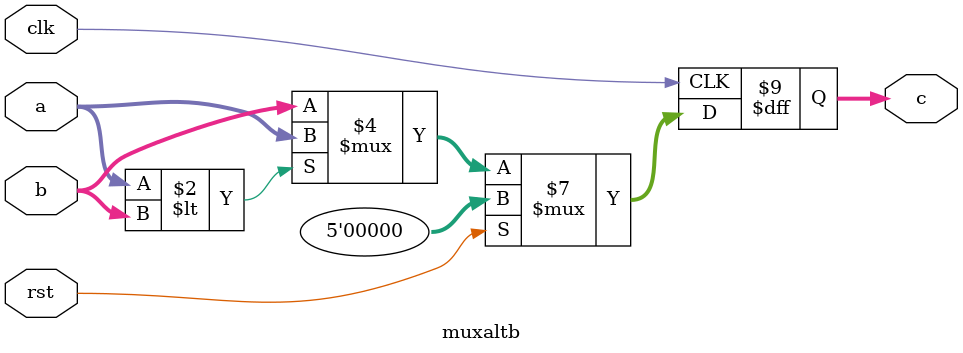
<source format=v>


module Wu_Manber_ShiftSelector
(
  input clk,
  input rst,
  input [1280-1:0] comp_shift_wire,
  output [5-1:0] shift_wire
);

  wire [5-1:0] shift_wire2561;
  assign shift_wire2561 = comp_shift_wire[4:0];
  wire [5-1:0] shift_wire2562;
  assign shift_wire2562 = comp_shift_wire[9:5];
  wire [5-1:0] shift_wire2563;
  assign shift_wire2563 = comp_shift_wire[14:10];
  wire [5-1:0] shift_wire2564;
  assign shift_wire2564 = comp_shift_wire[19:15];
  wire [5-1:0] shift_wire2565;
  assign shift_wire2565 = comp_shift_wire[24:20];
  wire [5-1:0] shift_wire2566;
  assign shift_wire2566 = comp_shift_wire[29:25];
  wire [5-1:0] shift_wire2567;
  assign shift_wire2567 = comp_shift_wire[34:30];
  wire [5-1:0] shift_wire2568;
  assign shift_wire2568 = comp_shift_wire[39:35];
  wire [5-1:0] shift_wire2569;
  assign shift_wire2569 = comp_shift_wire[44:40];
  wire [5-1:0] shift_wire2570;
  assign shift_wire2570 = comp_shift_wire[49:45];
  wire [5-1:0] shift_wire2571;
  assign shift_wire2571 = comp_shift_wire[54:50];
  wire [5-1:0] shift_wire2572;
  assign shift_wire2572 = comp_shift_wire[59:55];
  wire [5-1:0] shift_wire2573;
  assign shift_wire2573 = comp_shift_wire[64:60];
  wire [5-1:0] shift_wire2574;
  assign shift_wire2574 = comp_shift_wire[69:65];
  wire [5-1:0] shift_wire2575;
  assign shift_wire2575 = comp_shift_wire[74:70];
  wire [5-1:0] shift_wire2576;
  assign shift_wire2576 = comp_shift_wire[79:75];
  wire [5-1:0] shift_wire2577;
  assign shift_wire2577 = comp_shift_wire[84:80];
  wire [5-1:0] shift_wire2578;
  assign shift_wire2578 = comp_shift_wire[89:85];
  wire [5-1:0] shift_wire2579;
  assign shift_wire2579 = comp_shift_wire[94:90];
  wire [5-1:0] shift_wire2580;
  assign shift_wire2580 = comp_shift_wire[99:95];
  wire [5-1:0] shift_wire2581;
  assign shift_wire2581 = comp_shift_wire[104:100];
  wire [5-1:0] shift_wire2582;
  assign shift_wire2582 = comp_shift_wire[109:105];
  wire [5-1:0] shift_wire2583;
  assign shift_wire2583 = comp_shift_wire[114:110];
  wire [5-1:0] shift_wire2584;
  assign shift_wire2584 = comp_shift_wire[119:115];
  wire [5-1:0] shift_wire2585;
  assign shift_wire2585 = comp_shift_wire[124:120];
  wire [5-1:0] shift_wire2586;
  assign shift_wire2586 = comp_shift_wire[129:125];
  wire [5-1:0] shift_wire2587;
  assign shift_wire2587 = comp_shift_wire[134:130];
  wire [5-1:0] shift_wire2588;
  assign shift_wire2588 = comp_shift_wire[139:135];
  wire [5-1:0] shift_wire2589;
  assign shift_wire2589 = comp_shift_wire[144:140];
  wire [5-1:0] shift_wire2590;
  assign shift_wire2590 = comp_shift_wire[149:145];
  wire [5-1:0] shift_wire2591;
  assign shift_wire2591 = comp_shift_wire[154:150];
  wire [5-1:0] shift_wire2592;
  assign shift_wire2592 = comp_shift_wire[159:155];
  wire [5-1:0] shift_wire2593;
  assign shift_wire2593 = comp_shift_wire[164:160];
  wire [5-1:0] shift_wire2594;
  assign shift_wire2594 = comp_shift_wire[169:165];
  wire [5-1:0] shift_wire2595;
  assign shift_wire2595 = comp_shift_wire[174:170];
  wire [5-1:0] shift_wire2596;
  assign shift_wire2596 = comp_shift_wire[179:175];
  wire [5-1:0] shift_wire2597;
  assign shift_wire2597 = comp_shift_wire[184:180];
  wire [5-1:0] shift_wire2598;
  assign shift_wire2598 = comp_shift_wire[189:185];
  wire [5-1:0] shift_wire2599;
  assign shift_wire2599 = comp_shift_wire[194:190];
  wire [5-1:0] shift_wire2600;
  assign shift_wire2600 = comp_shift_wire[199:195];
  wire [5-1:0] shift_wire2601;
  assign shift_wire2601 = comp_shift_wire[204:200];
  wire [5-1:0] shift_wire2602;
  assign shift_wire2602 = comp_shift_wire[209:205];
  wire [5-1:0] shift_wire2603;
  assign shift_wire2603 = comp_shift_wire[214:210];
  wire [5-1:0] shift_wire2604;
  assign shift_wire2604 = comp_shift_wire[219:215];
  wire [5-1:0] shift_wire2605;
  assign shift_wire2605 = comp_shift_wire[224:220];
  wire [5-1:0] shift_wire2606;
  assign shift_wire2606 = comp_shift_wire[229:225];
  wire [5-1:0] shift_wire2607;
  assign shift_wire2607 = comp_shift_wire[234:230];
  wire [5-1:0] shift_wire2608;
  assign shift_wire2608 = comp_shift_wire[239:235];
  wire [5-1:0] shift_wire2609;
  assign shift_wire2609 = comp_shift_wire[244:240];
  wire [5-1:0] shift_wire2610;
  assign shift_wire2610 = comp_shift_wire[249:245];
  wire [5-1:0] shift_wire2611;
  assign shift_wire2611 = comp_shift_wire[254:250];
  wire [5-1:0] shift_wire2612;
  assign shift_wire2612 = comp_shift_wire[259:255];
  wire [5-1:0] shift_wire2613;
  assign shift_wire2613 = comp_shift_wire[264:260];
  wire [5-1:0] shift_wire2614;
  assign shift_wire2614 = comp_shift_wire[269:265];
  wire [5-1:0] shift_wire2615;
  assign shift_wire2615 = comp_shift_wire[274:270];
  wire [5-1:0] shift_wire2616;
  assign shift_wire2616 = comp_shift_wire[279:275];
  wire [5-1:0] shift_wire2617;
  assign shift_wire2617 = comp_shift_wire[284:280];
  wire [5-1:0] shift_wire2618;
  assign shift_wire2618 = comp_shift_wire[289:285];
  wire [5-1:0] shift_wire2619;
  assign shift_wire2619 = comp_shift_wire[294:290];
  wire [5-1:0] shift_wire2620;
  assign shift_wire2620 = comp_shift_wire[299:295];
  wire [5-1:0] shift_wire2621;
  assign shift_wire2621 = comp_shift_wire[304:300];
  wire [5-1:0] shift_wire2622;
  assign shift_wire2622 = comp_shift_wire[309:305];
  wire [5-1:0] shift_wire2623;
  assign shift_wire2623 = comp_shift_wire[314:310];
  wire [5-1:0] shift_wire2624;
  assign shift_wire2624 = comp_shift_wire[319:315];
  wire [5-1:0] shift_wire2625;
  assign shift_wire2625 = comp_shift_wire[324:320];
  wire [5-1:0] shift_wire2626;
  assign shift_wire2626 = comp_shift_wire[329:325];
  wire [5-1:0] shift_wire2627;
  assign shift_wire2627 = comp_shift_wire[334:330];
  wire [5-1:0] shift_wire2628;
  assign shift_wire2628 = comp_shift_wire[339:335];
  wire [5-1:0] shift_wire2629;
  assign shift_wire2629 = comp_shift_wire[344:340];
  wire [5-1:0] shift_wire2630;
  assign shift_wire2630 = comp_shift_wire[349:345];
  wire [5-1:0] shift_wire2631;
  assign shift_wire2631 = comp_shift_wire[354:350];
  wire [5-1:0] shift_wire2632;
  assign shift_wire2632 = comp_shift_wire[359:355];
  wire [5-1:0] shift_wire2633;
  assign shift_wire2633 = comp_shift_wire[364:360];
  wire [5-1:0] shift_wire2634;
  assign shift_wire2634 = comp_shift_wire[369:365];
  wire [5-1:0] shift_wire2635;
  assign shift_wire2635 = comp_shift_wire[374:370];
  wire [5-1:0] shift_wire2636;
  assign shift_wire2636 = comp_shift_wire[379:375];
  wire [5-1:0] shift_wire2637;
  assign shift_wire2637 = comp_shift_wire[384:380];
  wire [5-1:0] shift_wire2638;
  assign shift_wire2638 = comp_shift_wire[389:385];
  wire [5-1:0] shift_wire2639;
  assign shift_wire2639 = comp_shift_wire[394:390];
  wire [5-1:0] shift_wire2640;
  assign shift_wire2640 = comp_shift_wire[399:395];
  wire [5-1:0] shift_wire2641;
  assign shift_wire2641 = comp_shift_wire[404:400];
  wire [5-1:0] shift_wire2642;
  assign shift_wire2642 = comp_shift_wire[409:405];
  wire [5-1:0] shift_wire2643;
  assign shift_wire2643 = comp_shift_wire[414:410];
  wire [5-1:0] shift_wire2644;
  assign shift_wire2644 = comp_shift_wire[419:415];
  wire [5-1:0] shift_wire2645;
  assign shift_wire2645 = comp_shift_wire[424:420];
  wire [5-1:0] shift_wire2646;
  assign shift_wire2646 = comp_shift_wire[429:425];
  wire [5-1:0] shift_wire2647;
  assign shift_wire2647 = comp_shift_wire[434:430];
  wire [5-1:0] shift_wire2648;
  assign shift_wire2648 = comp_shift_wire[439:435];
  wire [5-1:0] shift_wire2649;
  assign shift_wire2649 = comp_shift_wire[444:440];
  wire [5-1:0] shift_wire2650;
  assign shift_wire2650 = comp_shift_wire[449:445];
  wire [5-1:0] shift_wire2651;
  assign shift_wire2651 = comp_shift_wire[454:450];
  wire [5-1:0] shift_wire2652;
  assign shift_wire2652 = comp_shift_wire[459:455];
  wire [5-1:0] shift_wire2653;
  assign shift_wire2653 = comp_shift_wire[464:460];
  wire [5-1:0] shift_wire2654;
  assign shift_wire2654 = comp_shift_wire[469:465];
  wire [5-1:0] shift_wire2655;
  assign shift_wire2655 = comp_shift_wire[474:470];
  wire [5-1:0] shift_wire2656;
  assign shift_wire2656 = comp_shift_wire[479:475];
  wire [5-1:0] shift_wire2657;
  assign shift_wire2657 = comp_shift_wire[484:480];
  wire [5-1:0] shift_wire2658;
  assign shift_wire2658 = comp_shift_wire[489:485];
  wire [5-1:0] shift_wire2659;
  assign shift_wire2659 = comp_shift_wire[494:490];
  wire [5-1:0] shift_wire2660;
  assign shift_wire2660 = comp_shift_wire[499:495];
  wire [5-1:0] shift_wire2661;
  assign shift_wire2661 = comp_shift_wire[504:500];
  wire [5-1:0] shift_wire2662;
  assign shift_wire2662 = comp_shift_wire[509:505];
  wire [5-1:0] shift_wire2663;
  assign shift_wire2663 = comp_shift_wire[514:510];
  wire [5-1:0] shift_wire2664;
  assign shift_wire2664 = comp_shift_wire[519:515];
  wire [5-1:0] shift_wire2665;
  assign shift_wire2665 = comp_shift_wire[524:520];
  wire [5-1:0] shift_wire2666;
  assign shift_wire2666 = comp_shift_wire[529:525];
  wire [5-1:0] shift_wire2667;
  assign shift_wire2667 = comp_shift_wire[534:530];
  wire [5-1:0] shift_wire2668;
  assign shift_wire2668 = comp_shift_wire[539:535];
  wire [5-1:0] shift_wire2669;
  assign shift_wire2669 = comp_shift_wire[544:540];
  wire [5-1:0] shift_wire2670;
  assign shift_wire2670 = comp_shift_wire[549:545];
  wire [5-1:0] shift_wire2671;
  assign shift_wire2671 = comp_shift_wire[554:550];
  wire [5-1:0] shift_wire2672;
  assign shift_wire2672 = comp_shift_wire[559:555];
  wire [5-1:0] shift_wire2673;
  assign shift_wire2673 = comp_shift_wire[564:560];
  wire [5-1:0] shift_wire2674;
  assign shift_wire2674 = comp_shift_wire[569:565];
  wire [5-1:0] shift_wire2675;
  assign shift_wire2675 = comp_shift_wire[574:570];
  wire [5-1:0] shift_wire2676;
  assign shift_wire2676 = comp_shift_wire[579:575];
  wire [5-1:0] shift_wire2677;
  assign shift_wire2677 = comp_shift_wire[584:580];
  wire [5-1:0] shift_wire2678;
  assign shift_wire2678 = comp_shift_wire[589:585];
  wire [5-1:0] shift_wire2679;
  assign shift_wire2679 = comp_shift_wire[594:590];
  wire [5-1:0] shift_wire2680;
  assign shift_wire2680 = comp_shift_wire[599:595];
  wire [5-1:0] shift_wire2681;
  assign shift_wire2681 = comp_shift_wire[604:600];
  wire [5-1:0] shift_wire2682;
  assign shift_wire2682 = comp_shift_wire[609:605];
  wire [5-1:0] shift_wire2683;
  assign shift_wire2683 = comp_shift_wire[614:610];
  wire [5-1:0] shift_wire2684;
  assign shift_wire2684 = comp_shift_wire[619:615];
  wire [5-1:0] shift_wire2685;
  assign shift_wire2685 = comp_shift_wire[624:620];
  wire [5-1:0] shift_wire2686;
  assign shift_wire2686 = comp_shift_wire[629:625];
  wire [5-1:0] shift_wire2687;
  assign shift_wire2687 = comp_shift_wire[634:630];
  wire [5-1:0] shift_wire2688;
  assign shift_wire2688 = comp_shift_wire[639:635];
  wire [5-1:0] shift_wire2689;
  assign shift_wire2689 = comp_shift_wire[644:640];
  wire [5-1:0] shift_wire2690;
  assign shift_wire2690 = comp_shift_wire[649:645];
  wire [5-1:0] shift_wire2691;
  assign shift_wire2691 = comp_shift_wire[654:650];
  wire [5-1:0] shift_wire2692;
  assign shift_wire2692 = comp_shift_wire[659:655];
  wire [5-1:0] shift_wire2693;
  assign shift_wire2693 = comp_shift_wire[664:660];
  wire [5-1:0] shift_wire2694;
  assign shift_wire2694 = comp_shift_wire[669:665];
  wire [5-1:0] shift_wire2695;
  assign shift_wire2695 = comp_shift_wire[674:670];
  wire [5-1:0] shift_wire2696;
  assign shift_wire2696 = comp_shift_wire[679:675];
  wire [5-1:0] shift_wire2697;
  assign shift_wire2697 = comp_shift_wire[684:680];
  wire [5-1:0] shift_wire2698;
  assign shift_wire2698 = comp_shift_wire[689:685];
  wire [5-1:0] shift_wire2699;
  assign shift_wire2699 = comp_shift_wire[694:690];
  wire [5-1:0] shift_wire2700;
  assign shift_wire2700 = comp_shift_wire[699:695];
  wire [5-1:0] shift_wire2701;
  assign shift_wire2701 = comp_shift_wire[704:700];
  wire [5-1:0] shift_wire2702;
  assign shift_wire2702 = comp_shift_wire[709:705];
  wire [5-1:0] shift_wire2703;
  assign shift_wire2703 = comp_shift_wire[714:710];
  wire [5-1:0] shift_wire2704;
  assign shift_wire2704 = comp_shift_wire[719:715];
  wire [5-1:0] shift_wire2705;
  assign shift_wire2705 = comp_shift_wire[724:720];
  wire [5-1:0] shift_wire2706;
  assign shift_wire2706 = comp_shift_wire[729:725];
  wire [5-1:0] shift_wire2707;
  assign shift_wire2707 = comp_shift_wire[734:730];
  wire [5-1:0] shift_wire2708;
  assign shift_wire2708 = comp_shift_wire[739:735];
  wire [5-1:0] shift_wire2709;
  assign shift_wire2709 = comp_shift_wire[744:740];
  wire [5-1:0] shift_wire2710;
  assign shift_wire2710 = comp_shift_wire[749:745];
  wire [5-1:0] shift_wire2711;
  assign shift_wire2711 = comp_shift_wire[754:750];
  wire [5-1:0] shift_wire2712;
  assign shift_wire2712 = comp_shift_wire[759:755];
  wire [5-1:0] shift_wire2713;
  assign shift_wire2713 = comp_shift_wire[764:760];
  wire [5-1:0] shift_wire2714;
  assign shift_wire2714 = comp_shift_wire[769:765];
  wire [5-1:0] shift_wire2715;
  assign shift_wire2715 = comp_shift_wire[774:770];
  wire [5-1:0] shift_wire2716;
  assign shift_wire2716 = comp_shift_wire[779:775];
  wire [5-1:0] shift_wire2717;
  assign shift_wire2717 = comp_shift_wire[784:780];
  wire [5-1:0] shift_wire2718;
  assign shift_wire2718 = comp_shift_wire[789:785];
  wire [5-1:0] shift_wire2719;
  assign shift_wire2719 = comp_shift_wire[794:790];
  wire [5-1:0] shift_wire2720;
  assign shift_wire2720 = comp_shift_wire[799:795];
  wire [5-1:0] shift_wire2721;
  assign shift_wire2721 = comp_shift_wire[804:800];
  wire [5-1:0] shift_wire2722;
  assign shift_wire2722 = comp_shift_wire[809:805];
  wire [5-1:0] shift_wire2723;
  assign shift_wire2723 = comp_shift_wire[814:810];
  wire [5-1:0] shift_wire2724;
  assign shift_wire2724 = comp_shift_wire[819:815];
  wire [5-1:0] shift_wire2725;
  assign shift_wire2725 = comp_shift_wire[824:820];
  wire [5-1:0] shift_wire2726;
  assign shift_wire2726 = comp_shift_wire[829:825];
  wire [5-1:0] shift_wire2727;
  assign shift_wire2727 = comp_shift_wire[834:830];
  wire [5-1:0] shift_wire2728;
  assign shift_wire2728 = comp_shift_wire[839:835];
  wire [5-1:0] shift_wire2729;
  assign shift_wire2729 = comp_shift_wire[844:840];
  wire [5-1:0] shift_wire2730;
  assign shift_wire2730 = comp_shift_wire[849:845];
  wire [5-1:0] shift_wire2731;
  assign shift_wire2731 = comp_shift_wire[854:850];
  wire [5-1:0] shift_wire2732;
  assign shift_wire2732 = comp_shift_wire[859:855];
  wire [5-1:0] shift_wire2733;
  assign shift_wire2733 = comp_shift_wire[864:860];
  wire [5-1:0] shift_wire2734;
  assign shift_wire2734 = comp_shift_wire[869:865];
  wire [5-1:0] shift_wire2735;
  assign shift_wire2735 = comp_shift_wire[874:870];
  wire [5-1:0] shift_wire2736;
  assign shift_wire2736 = comp_shift_wire[879:875];
  wire [5-1:0] shift_wire2737;
  assign shift_wire2737 = comp_shift_wire[884:880];
  wire [5-1:0] shift_wire2738;
  assign shift_wire2738 = comp_shift_wire[889:885];
  wire [5-1:0] shift_wire2739;
  assign shift_wire2739 = comp_shift_wire[894:890];
  wire [5-1:0] shift_wire2740;
  assign shift_wire2740 = comp_shift_wire[899:895];
  wire [5-1:0] shift_wire2741;
  assign shift_wire2741 = comp_shift_wire[904:900];
  wire [5-1:0] shift_wire2742;
  assign shift_wire2742 = comp_shift_wire[909:905];
  wire [5-1:0] shift_wire2743;
  assign shift_wire2743 = comp_shift_wire[914:910];
  wire [5-1:0] shift_wire2744;
  assign shift_wire2744 = comp_shift_wire[919:915];
  wire [5-1:0] shift_wire2745;
  assign shift_wire2745 = comp_shift_wire[924:920];
  wire [5-1:0] shift_wire2746;
  assign shift_wire2746 = comp_shift_wire[929:925];
  wire [5-1:0] shift_wire2747;
  assign shift_wire2747 = comp_shift_wire[934:930];
  wire [5-1:0] shift_wire2748;
  assign shift_wire2748 = comp_shift_wire[939:935];
  wire [5-1:0] shift_wire2749;
  assign shift_wire2749 = comp_shift_wire[944:940];
  wire [5-1:0] shift_wire2750;
  assign shift_wire2750 = comp_shift_wire[949:945];
  wire [5-1:0] shift_wire2751;
  assign shift_wire2751 = comp_shift_wire[954:950];
  wire [5-1:0] shift_wire2752;
  assign shift_wire2752 = comp_shift_wire[959:955];
  wire [5-1:0] shift_wire2753;
  assign shift_wire2753 = comp_shift_wire[964:960];
  wire [5-1:0] shift_wire2754;
  assign shift_wire2754 = comp_shift_wire[969:965];
  wire [5-1:0] shift_wire2755;
  assign shift_wire2755 = comp_shift_wire[974:970];
  wire [5-1:0] shift_wire2756;
  assign shift_wire2756 = comp_shift_wire[979:975];
  wire [5-1:0] shift_wire2757;
  assign shift_wire2757 = comp_shift_wire[984:980];
  wire [5-1:0] shift_wire2758;
  assign shift_wire2758 = comp_shift_wire[989:985];
  wire [5-1:0] shift_wire2759;
  assign shift_wire2759 = comp_shift_wire[994:990];
  wire [5-1:0] shift_wire2760;
  assign shift_wire2760 = comp_shift_wire[999:995];
  wire [5-1:0] shift_wire2761;
  assign shift_wire2761 = comp_shift_wire[1004:1000];
  wire [5-1:0] shift_wire2762;
  assign shift_wire2762 = comp_shift_wire[1009:1005];
  wire [5-1:0] shift_wire2763;
  assign shift_wire2763 = comp_shift_wire[1014:1010];
  wire [5-1:0] shift_wire2764;
  assign shift_wire2764 = comp_shift_wire[1019:1015];
  wire [5-1:0] shift_wire2765;
  assign shift_wire2765 = comp_shift_wire[1024:1020];
  wire [5-1:0] shift_wire2766;
  assign shift_wire2766 = comp_shift_wire[1029:1025];
  wire [5-1:0] shift_wire2767;
  assign shift_wire2767 = comp_shift_wire[1034:1030];
  wire [5-1:0] shift_wire2768;
  assign shift_wire2768 = comp_shift_wire[1039:1035];
  wire [5-1:0] shift_wire2769;
  assign shift_wire2769 = comp_shift_wire[1044:1040];
  wire [5-1:0] shift_wire2770;
  assign shift_wire2770 = comp_shift_wire[1049:1045];
  wire [5-1:0] shift_wire2771;
  assign shift_wire2771 = comp_shift_wire[1054:1050];
  wire [5-1:0] shift_wire2772;
  assign shift_wire2772 = comp_shift_wire[1059:1055];
  wire [5-1:0] shift_wire2773;
  assign shift_wire2773 = comp_shift_wire[1064:1060];
  wire [5-1:0] shift_wire2774;
  assign shift_wire2774 = comp_shift_wire[1069:1065];
  wire [5-1:0] shift_wire2775;
  assign shift_wire2775 = comp_shift_wire[1074:1070];
  wire [5-1:0] shift_wire2776;
  assign shift_wire2776 = comp_shift_wire[1079:1075];
  wire [5-1:0] shift_wire2777;
  assign shift_wire2777 = comp_shift_wire[1084:1080];
  wire [5-1:0] shift_wire2778;
  assign shift_wire2778 = comp_shift_wire[1089:1085];
  wire [5-1:0] shift_wire2779;
  assign shift_wire2779 = comp_shift_wire[1094:1090];
  wire [5-1:0] shift_wire2780;
  assign shift_wire2780 = comp_shift_wire[1099:1095];
  wire [5-1:0] shift_wire2781;
  assign shift_wire2781 = comp_shift_wire[1104:1100];
  wire [5-1:0] shift_wire2782;
  assign shift_wire2782 = comp_shift_wire[1109:1105];
  wire [5-1:0] shift_wire2783;
  assign shift_wire2783 = comp_shift_wire[1114:1110];
  wire [5-1:0] shift_wire2784;
  assign shift_wire2784 = comp_shift_wire[1119:1115];
  wire [5-1:0] shift_wire2785;
  assign shift_wire2785 = comp_shift_wire[1124:1120];
  wire [5-1:0] shift_wire2786;
  assign shift_wire2786 = comp_shift_wire[1129:1125];
  wire [5-1:0] shift_wire2787;
  assign shift_wire2787 = comp_shift_wire[1134:1130];
  wire [5-1:0] shift_wire2788;
  assign shift_wire2788 = comp_shift_wire[1139:1135];
  wire [5-1:0] shift_wire2789;
  assign shift_wire2789 = comp_shift_wire[1144:1140];
  wire [5-1:0] shift_wire2790;
  assign shift_wire2790 = comp_shift_wire[1149:1145];
  wire [5-1:0] shift_wire2791;
  assign shift_wire2791 = comp_shift_wire[1154:1150];
  wire [5-1:0] shift_wire2792;
  assign shift_wire2792 = comp_shift_wire[1159:1155];
  wire [5-1:0] shift_wire2793;
  assign shift_wire2793 = comp_shift_wire[1164:1160];
  wire [5-1:0] shift_wire2794;
  assign shift_wire2794 = comp_shift_wire[1169:1165];
  wire [5-1:0] shift_wire2795;
  assign shift_wire2795 = comp_shift_wire[1174:1170];
  wire [5-1:0] shift_wire2796;
  assign shift_wire2796 = comp_shift_wire[1179:1175];
  wire [5-1:0] shift_wire2797;
  assign shift_wire2797 = comp_shift_wire[1184:1180];
  wire [5-1:0] shift_wire2798;
  assign shift_wire2798 = comp_shift_wire[1189:1185];
  wire [5-1:0] shift_wire2799;
  assign shift_wire2799 = comp_shift_wire[1194:1190];
  wire [5-1:0] shift_wire2800;
  assign shift_wire2800 = comp_shift_wire[1199:1195];
  wire [5-1:0] shift_wire2801;
  assign shift_wire2801 = comp_shift_wire[1204:1200];
  wire [5-1:0] shift_wire2802;
  assign shift_wire2802 = comp_shift_wire[1209:1205];
  wire [5-1:0] shift_wire2803;
  assign shift_wire2803 = comp_shift_wire[1214:1210];
  wire [5-1:0] shift_wire2804;
  assign shift_wire2804 = comp_shift_wire[1219:1215];
  wire [5-1:0] shift_wire2805;
  assign shift_wire2805 = comp_shift_wire[1224:1220];
  wire [5-1:0] shift_wire2806;
  assign shift_wire2806 = comp_shift_wire[1229:1225];
  wire [5-1:0] shift_wire2807;
  assign shift_wire2807 = comp_shift_wire[1234:1230];
  wire [5-1:0] shift_wire2808;
  assign shift_wire2808 = comp_shift_wire[1239:1235];
  wire [5-1:0] shift_wire2809;
  assign shift_wire2809 = comp_shift_wire[1244:1240];
  wire [5-1:0] shift_wire2810;
  assign shift_wire2810 = comp_shift_wire[1249:1245];
  wire [5-1:0] shift_wire2811;
  assign shift_wire2811 = comp_shift_wire[1254:1250];
  wire [5-1:0] shift_wire2812;
  assign shift_wire2812 = comp_shift_wire[1259:1255];
  wire [5-1:0] shift_wire2813;
  assign shift_wire2813 = comp_shift_wire[1264:1260];
  wire [5-1:0] shift_wire2814;
  assign shift_wire2814 = comp_shift_wire[1269:1265];
  wire [5-1:0] shift_wire2815;
  assign shift_wire2815 = comp_shift_wire[1274:1270];
  wire [5-1:0] shift_wire2816;
  assign shift_wire2816 = comp_shift_wire[1279:1275];
  wire [5-1:0] shift_wire1281;

  muxaltb
  muxcmp1281
  (
    .clk(clk),
    .rst(rst),
    .a(shift_wire2561),
    .b(shift_wire2562),
    .c(shift_wire1281)
  );

  wire [5-1:0] shift_wire1282;

  muxaltb
  muxcmp1282
  (
    .clk(clk),
    .rst(rst),
    .a(shift_wire2563),
    .b(shift_wire2564),
    .c(shift_wire1282)
  );

  wire [5-1:0] shift_wire1283;

  muxaltb
  muxcmp1283
  (
    .clk(clk),
    .rst(rst),
    .a(shift_wire2565),
    .b(shift_wire2566),
    .c(shift_wire1283)
  );

  wire [5-1:0] shift_wire1284;

  muxaltb
  muxcmp1284
  (
    .clk(clk),
    .rst(rst),
    .a(shift_wire2567),
    .b(shift_wire2568),
    .c(shift_wire1284)
  );

  wire [5-1:0] shift_wire1285;

  muxaltb
  muxcmp1285
  (
    .clk(clk),
    .rst(rst),
    .a(shift_wire2569),
    .b(shift_wire2570),
    .c(shift_wire1285)
  );

  wire [5-1:0] shift_wire1286;

  muxaltb
  muxcmp1286
  (
    .clk(clk),
    .rst(rst),
    .a(shift_wire2571),
    .b(shift_wire2572),
    .c(shift_wire1286)
  );

  wire [5-1:0] shift_wire1287;

  muxaltb
  muxcmp1287
  (
    .clk(clk),
    .rst(rst),
    .a(shift_wire2573),
    .b(shift_wire2574),
    .c(shift_wire1287)
  );

  wire [5-1:0] shift_wire1288;

  muxaltb
  muxcmp1288
  (
    .clk(clk),
    .rst(rst),
    .a(shift_wire2575),
    .b(shift_wire2576),
    .c(shift_wire1288)
  );

  wire [5-1:0] shift_wire1289;

  muxaltb
  muxcmp1289
  (
    .clk(clk),
    .rst(rst),
    .a(shift_wire2577),
    .b(shift_wire2578),
    .c(shift_wire1289)
  );

  wire [5-1:0] shift_wire1290;

  muxaltb
  muxcmp1290
  (
    .clk(clk),
    .rst(rst),
    .a(shift_wire2579),
    .b(shift_wire2580),
    .c(shift_wire1290)
  );

  wire [5-1:0] shift_wire1291;

  muxaltb
  muxcmp1291
  (
    .clk(clk),
    .rst(rst),
    .a(shift_wire2581),
    .b(shift_wire2582),
    .c(shift_wire1291)
  );

  wire [5-1:0] shift_wire1292;

  muxaltb
  muxcmp1292
  (
    .clk(clk),
    .rst(rst),
    .a(shift_wire2583),
    .b(shift_wire2584),
    .c(shift_wire1292)
  );

  wire [5-1:0] shift_wire1293;

  muxaltb
  muxcmp1293
  (
    .clk(clk),
    .rst(rst),
    .a(shift_wire2585),
    .b(shift_wire2586),
    .c(shift_wire1293)
  );

  wire [5-1:0] shift_wire1294;

  muxaltb
  muxcmp1294
  (
    .clk(clk),
    .rst(rst),
    .a(shift_wire2587),
    .b(shift_wire2588),
    .c(shift_wire1294)
  );

  wire [5-1:0] shift_wire1295;

  muxaltb
  muxcmp1295
  (
    .clk(clk),
    .rst(rst),
    .a(shift_wire2589),
    .b(shift_wire2590),
    .c(shift_wire1295)
  );

  wire [5-1:0] shift_wire1296;

  muxaltb
  muxcmp1296
  (
    .clk(clk),
    .rst(rst),
    .a(shift_wire2591),
    .b(shift_wire2592),
    .c(shift_wire1296)
  );

  wire [5-1:0] shift_wire1297;

  muxaltb
  muxcmp1297
  (
    .clk(clk),
    .rst(rst),
    .a(shift_wire2593),
    .b(shift_wire2594),
    .c(shift_wire1297)
  );

  wire [5-1:0] shift_wire1298;

  muxaltb
  muxcmp1298
  (
    .clk(clk),
    .rst(rst),
    .a(shift_wire2595),
    .b(shift_wire2596),
    .c(shift_wire1298)
  );

  wire [5-1:0] shift_wire1299;

  muxaltb
  muxcmp1299
  (
    .clk(clk),
    .rst(rst),
    .a(shift_wire2597),
    .b(shift_wire2598),
    .c(shift_wire1299)
  );

  wire [5-1:0] shift_wire1300;

  muxaltb
  muxcmp1300
  (
    .clk(clk),
    .rst(rst),
    .a(shift_wire2599),
    .b(shift_wire2600),
    .c(shift_wire1300)
  );

  wire [5-1:0] shift_wire1301;

  muxaltb
  muxcmp1301
  (
    .clk(clk),
    .rst(rst),
    .a(shift_wire2601),
    .b(shift_wire2602),
    .c(shift_wire1301)
  );

  wire [5-1:0] shift_wire1302;

  muxaltb
  muxcmp1302
  (
    .clk(clk),
    .rst(rst),
    .a(shift_wire2603),
    .b(shift_wire2604),
    .c(shift_wire1302)
  );

  wire [5-1:0] shift_wire1303;

  muxaltb
  muxcmp1303
  (
    .clk(clk),
    .rst(rst),
    .a(shift_wire2605),
    .b(shift_wire2606),
    .c(shift_wire1303)
  );

  wire [5-1:0] shift_wire1304;

  muxaltb
  muxcmp1304
  (
    .clk(clk),
    .rst(rst),
    .a(shift_wire2607),
    .b(shift_wire2608),
    .c(shift_wire1304)
  );

  wire [5-1:0] shift_wire1305;

  muxaltb
  muxcmp1305
  (
    .clk(clk),
    .rst(rst),
    .a(shift_wire2609),
    .b(shift_wire2610),
    .c(shift_wire1305)
  );

  wire [5-1:0] shift_wire1306;

  muxaltb
  muxcmp1306
  (
    .clk(clk),
    .rst(rst),
    .a(shift_wire2611),
    .b(shift_wire2612),
    .c(shift_wire1306)
  );

  wire [5-1:0] shift_wire1307;

  muxaltb
  muxcmp1307
  (
    .clk(clk),
    .rst(rst),
    .a(shift_wire2613),
    .b(shift_wire2614),
    .c(shift_wire1307)
  );

  wire [5-1:0] shift_wire1308;

  muxaltb
  muxcmp1308
  (
    .clk(clk),
    .rst(rst),
    .a(shift_wire2615),
    .b(shift_wire2616),
    .c(shift_wire1308)
  );

  wire [5-1:0] shift_wire1309;

  muxaltb
  muxcmp1309
  (
    .clk(clk),
    .rst(rst),
    .a(shift_wire2617),
    .b(shift_wire2618),
    .c(shift_wire1309)
  );

  wire [5-1:0] shift_wire1310;

  muxaltb
  muxcmp1310
  (
    .clk(clk),
    .rst(rst),
    .a(shift_wire2619),
    .b(shift_wire2620),
    .c(shift_wire1310)
  );

  wire [5-1:0] shift_wire1311;

  muxaltb
  muxcmp1311
  (
    .clk(clk),
    .rst(rst),
    .a(shift_wire2621),
    .b(shift_wire2622),
    .c(shift_wire1311)
  );

  wire [5-1:0] shift_wire1312;

  muxaltb
  muxcmp1312
  (
    .clk(clk),
    .rst(rst),
    .a(shift_wire2623),
    .b(shift_wire2624),
    .c(shift_wire1312)
  );

  wire [5-1:0] shift_wire1313;

  muxaltb
  muxcmp1313
  (
    .clk(clk),
    .rst(rst),
    .a(shift_wire2625),
    .b(shift_wire2626),
    .c(shift_wire1313)
  );

  wire [5-1:0] shift_wire1314;

  muxaltb
  muxcmp1314
  (
    .clk(clk),
    .rst(rst),
    .a(shift_wire2627),
    .b(shift_wire2628),
    .c(shift_wire1314)
  );

  wire [5-1:0] shift_wire1315;

  muxaltb
  muxcmp1315
  (
    .clk(clk),
    .rst(rst),
    .a(shift_wire2629),
    .b(shift_wire2630),
    .c(shift_wire1315)
  );

  wire [5-1:0] shift_wire1316;

  muxaltb
  muxcmp1316
  (
    .clk(clk),
    .rst(rst),
    .a(shift_wire2631),
    .b(shift_wire2632),
    .c(shift_wire1316)
  );

  wire [5-1:0] shift_wire1317;

  muxaltb
  muxcmp1317
  (
    .clk(clk),
    .rst(rst),
    .a(shift_wire2633),
    .b(shift_wire2634),
    .c(shift_wire1317)
  );

  wire [5-1:0] shift_wire1318;

  muxaltb
  muxcmp1318
  (
    .clk(clk),
    .rst(rst),
    .a(shift_wire2635),
    .b(shift_wire2636),
    .c(shift_wire1318)
  );

  wire [5-1:0] shift_wire1319;

  muxaltb
  muxcmp1319
  (
    .clk(clk),
    .rst(rst),
    .a(shift_wire2637),
    .b(shift_wire2638),
    .c(shift_wire1319)
  );

  wire [5-1:0] shift_wire1320;

  muxaltb
  muxcmp1320
  (
    .clk(clk),
    .rst(rst),
    .a(shift_wire2639),
    .b(shift_wire2640),
    .c(shift_wire1320)
  );

  wire [5-1:0] shift_wire1321;

  muxaltb
  muxcmp1321
  (
    .clk(clk),
    .rst(rst),
    .a(shift_wire2641),
    .b(shift_wire2642),
    .c(shift_wire1321)
  );

  wire [5-1:0] shift_wire1322;

  muxaltb
  muxcmp1322
  (
    .clk(clk),
    .rst(rst),
    .a(shift_wire2643),
    .b(shift_wire2644),
    .c(shift_wire1322)
  );

  wire [5-1:0] shift_wire1323;

  muxaltb
  muxcmp1323
  (
    .clk(clk),
    .rst(rst),
    .a(shift_wire2645),
    .b(shift_wire2646),
    .c(shift_wire1323)
  );

  wire [5-1:0] shift_wire1324;

  muxaltb
  muxcmp1324
  (
    .clk(clk),
    .rst(rst),
    .a(shift_wire2647),
    .b(shift_wire2648),
    .c(shift_wire1324)
  );

  wire [5-1:0] shift_wire1325;

  muxaltb
  muxcmp1325
  (
    .clk(clk),
    .rst(rst),
    .a(shift_wire2649),
    .b(shift_wire2650),
    .c(shift_wire1325)
  );

  wire [5-1:0] shift_wire1326;

  muxaltb
  muxcmp1326
  (
    .clk(clk),
    .rst(rst),
    .a(shift_wire2651),
    .b(shift_wire2652),
    .c(shift_wire1326)
  );

  wire [5-1:0] shift_wire1327;

  muxaltb
  muxcmp1327
  (
    .clk(clk),
    .rst(rst),
    .a(shift_wire2653),
    .b(shift_wire2654),
    .c(shift_wire1327)
  );

  wire [5-1:0] shift_wire1328;

  muxaltb
  muxcmp1328
  (
    .clk(clk),
    .rst(rst),
    .a(shift_wire2655),
    .b(shift_wire2656),
    .c(shift_wire1328)
  );

  wire [5-1:0] shift_wire1329;

  muxaltb
  muxcmp1329
  (
    .clk(clk),
    .rst(rst),
    .a(shift_wire2657),
    .b(shift_wire2658),
    .c(shift_wire1329)
  );

  wire [5-1:0] shift_wire1330;

  muxaltb
  muxcmp1330
  (
    .clk(clk),
    .rst(rst),
    .a(shift_wire2659),
    .b(shift_wire2660),
    .c(shift_wire1330)
  );

  wire [5-1:0] shift_wire1331;

  muxaltb
  muxcmp1331
  (
    .clk(clk),
    .rst(rst),
    .a(shift_wire2661),
    .b(shift_wire2662),
    .c(shift_wire1331)
  );

  wire [5-1:0] shift_wire1332;

  muxaltb
  muxcmp1332
  (
    .clk(clk),
    .rst(rst),
    .a(shift_wire2663),
    .b(shift_wire2664),
    .c(shift_wire1332)
  );

  wire [5-1:0] shift_wire1333;

  muxaltb
  muxcmp1333
  (
    .clk(clk),
    .rst(rst),
    .a(shift_wire2665),
    .b(shift_wire2666),
    .c(shift_wire1333)
  );

  wire [5-1:0] shift_wire1334;

  muxaltb
  muxcmp1334
  (
    .clk(clk),
    .rst(rst),
    .a(shift_wire2667),
    .b(shift_wire2668),
    .c(shift_wire1334)
  );

  wire [5-1:0] shift_wire1335;

  muxaltb
  muxcmp1335
  (
    .clk(clk),
    .rst(rst),
    .a(shift_wire2669),
    .b(shift_wire2670),
    .c(shift_wire1335)
  );

  wire [5-1:0] shift_wire1336;

  muxaltb
  muxcmp1336
  (
    .clk(clk),
    .rst(rst),
    .a(shift_wire2671),
    .b(shift_wire2672),
    .c(shift_wire1336)
  );

  wire [5-1:0] shift_wire1337;

  muxaltb
  muxcmp1337
  (
    .clk(clk),
    .rst(rst),
    .a(shift_wire2673),
    .b(shift_wire2674),
    .c(shift_wire1337)
  );

  wire [5-1:0] shift_wire1338;

  muxaltb
  muxcmp1338
  (
    .clk(clk),
    .rst(rst),
    .a(shift_wire2675),
    .b(shift_wire2676),
    .c(shift_wire1338)
  );

  wire [5-1:0] shift_wire1339;

  muxaltb
  muxcmp1339
  (
    .clk(clk),
    .rst(rst),
    .a(shift_wire2677),
    .b(shift_wire2678),
    .c(shift_wire1339)
  );

  wire [5-1:0] shift_wire1340;

  muxaltb
  muxcmp1340
  (
    .clk(clk),
    .rst(rst),
    .a(shift_wire2679),
    .b(shift_wire2680),
    .c(shift_wire1340)
  );

  wire [5-1:0] shift_wire1341;

  muxaltb
  muxcmp1341
  (
    .clk(clk),
    .rst(rst),
    .a(shift_wire2681),
    .b(shift_wire2682),
    .c(shift_wire1341)
  );

  wire [5-1:0] shift_wire1342;

  muxaltb
  muxcmp1342
  (
    .clk(clk),
    .rst(rst),
    .a(shift_wire2683),
    .b(shift_wire2684),
    .c(shift_wire1342)
  );

  wire [5-1:0] shift_wire1343;

  muxaltb
  muxcmp1343
  (
    .clk(clk),
    .rst(rst),
    .a(shift_wire2685),
    .b(shift_wire2686),
    .c(shift_wire1343)
  );

  wire [5-1:0] shift_wire1344;

  muxaltb
  muxcmp1344
  (
    .clk(clk),
    .rst(rst),
    .a(shift_wire2687),
    .b(shift_wire2688),
    .c(shift_wire1344)
  );

  wire [5-1:0] shift_wire1345;

  muxaltb
  muxcmp1345
  (
    .clk(clk),
    .rst(rst),
    .a(shift_wire2689),
    .b(shift_wire2690),
    .c(shift_wire1345)
  );

  wire [5-1:0] shift_wire1346;

  muxaltb
  muxcmp1346
  (
    .clk(clk),
    .rst(rst),
    .a(shift_wire2691),
    .b(shift_wire2692),
    .c(shift_wire1346)
  );

  wire [5-1:0] shift_wire1347;

  muxaltb
  muxcmp1347
  (
    .clk(clk),
    .rst(rst),
    .a(shift_wire2693),
    .b(shift_wire2694),
    .c(shift_wire1347)
  );

  wire [5-1:0] shift_wire1348;

  muxaltb
  muxcmp1348
  (
    .clk(clk),
    .rst(rst),
    .a(shift_wire2695),
    .b(shift_wire2696),
    .c(shift_wire1348)
  );

  wire [5-1:0] shift_wire1349;

  muxaltb
  muxcmp1349
  (
    .clk(clk),
    .rst(rst),
    .a(shift_wire2697),
    .b(shift_wire2698),
    .c(shift_wire1349)
  );

  wire [5-1:0] shift_wire1350;

  muxaltb
  muxcmp1350
  (
    .clk(clk),
    .rst(rst),
    .a(shift_wire2699),
    .b(shift_wire2700),
    .c(shift_wire1350)
  );

  wire [5-1:0] shift_wire1351;

  muxaltb
  muxcmp1351
  (
    .clk(clk),
    .rst(rst),
    .a(shift_wire2701),
    .b(shift_wire2702),
    .c(shift_wire1351)
  );

  wire [5-1:0] shift_wire1352;

  muxaltb
  muxcmp1352
  (
    .clk(clk),
    .rst(rst),
    .a(shift_wire2703),
    .b(shift_wire2704),
    .c(shift_wire1352)
  );

  wire [5-1:0] shift_wire1353;

  muxaltb
  muxcmp1353
  (
    .clk(clk),
    .rst(rst),
    .a(shift_wire2705),
    .b(shift_wire2706),
    .c(shift_wire1353)
  );

  wire [5-1:0] shift_wire1354;

  muxaltb
  muxcmp1354
  (
    .clk(clk),
    .rst(rst),
    .a(shift_wire2707),
    .b(shift_wire2708),
    .c(shift_wire1354)
  );

  wire [5-1:0] shift_wire1355;

  muxaltb
  muxcmp1355
  (
    .clk(clk),
    .rst(rst),
    .a(shift_wire2709),
    .b(shift_wire2710),
    .c(shift_wire1355)
  );

  wire [5-1:0] shift_wire1356;

  muxaltb
  muxcmp1356
  (
    .clk(clk),
    .rst(rst),
    .a(shift_wire2711),
    .b(shift_wire2712),
    .c(shift_wire1356)
  );

  wire [5-1:0] shift_wire1357;

  muxaltb
  muxcmp1357
  (
    .clk(clk),
    .rst(rst),
    .a(shift_wire2713),
    .b(shift_wire2714),
    .c(shift_wire1357)
  );

  wire [5-1:0] shift_wire1358;

  muxaltb
  muxcmp1358
  (
    .clk(clk),
    .rst(rst),
    .a(shift_wire2715),
    .b(shift_wire2716),
    .c(shift_wire1358)
  );

  wire [5-1:0] shift_wire1359;

  muxaltb
  muxcmp1359
  (
    .clk(clk),
    .rst(rst),
    .a(shift_wire2717),
    .b(shift_wire2718),
    .c(shift_wire1359)
  );

  wire [5-1:0] shift_wire1360;

  muxaltb
  muxcmp1360
  (
    .clk(clk),
    .rst(rst),
    .a(shift_wire2719),
    .b(shift_wire2720),
    .c(shift_wire1360)
  );

  wire [5-1:0] shift_wire1361;

  muxaltb
  muxcmp1361
  (
    .clk(clk),
    .rst(rst),
    .a(shift_wire2721),
    .b(shift_wire2722),
    .c(shift_wire1361)
  );

  wire [5-1:0] shift_wire1362;

  muxaltb
  muxcmp1362
  (
    .clk(clk),
    .rst(rst),
    .a(shift_wire2723),
    .b(shift_wire2724),
    .c(shift_wire1362)
  );

  wire [5-1:0] shift_wire1363;

  muxaltb
  muxcmp1363
  (
    .clk(clk),
    .rst(rst),
    .a(shift_wire2725),
    .b(shift_wire2726),
    .c(shift_wire1363)
  );

  wire [5-1:0] shift_wire1364;

  muxaltb
  muxcmp1364
  (
    .clk(clk),
    .rst(rst),
    .a(shift_wire2727),
    .b(shift_wire2728),
    .c(shift_wire1364)
  );

  wire [5-1:0] shift_wire1365;

  muxaltb
  muxcmp1365
  (
    .clk(clk),
    .rst(rst),
    .a(shift_wire2729),
    .b(shift_wire2730),
    .c(shift_wire1365)
  );

  wire [5-1:0] shift_wire1366;

  muxaltb
  muxcmp1366
  (
    .clk(clk),
    .rst(rst),
    .a(shift_wire2731),
    .b(shift_wire2732),
    .c(shift_wire1366)
  );

  wire [5-1:0] shift_wire1367;

  muxaltb
  muxcmp1367
  (
    .clk(clk),
    .rst(rst),
    .a(shift_wire2733),
    .b(shift_wire2734),
    .c(shift_wire1367)
  );

  wire [5-1:0] shift_wire1368;

  muxaltb
  muxcmp1368
  (
    .clk(clk),
    .rst(rst),
    .a(shift_wire2735),
    .b(shift_wire2736),
    .c(shift_wire1368)
  );

  wire [5-1:0] shift_wire1369;

  muxaltb
  muxcmp1369
  (
    .clk(clk),
    .rst(rst),
    .a(shift_wire2737),
    .b(shift_wire2738),
    .c(shift_wire1369)
  );

  wire [5-1:0] shift_wire1370;

  muxaltb
  muxcmp1370
  (
    .clk(clk),
    .rst(rst),
    .a(shift_wire2739),
    .b(shift_wire2740),
    .c(shift_wire1370)
  );

  wire [5-1:0] shift_wire1371;

  muxaltb
  muxcmp1371
  (
    .clk(clk),
    .rst(rst),
    .a(shift_wire2741),
    .b(shift_wire2742),
    .c(shift_wire1371)
  );

  wire [5-1:0] shift_wire1372;

  muxaltb
  muxcmp1372
  (
    .clk(clk),
    .rst(rst),
    .a(shift_wire2743),
    .b(shift_wire2744),
    .c(shift_wire1372)
  );

  wire [5-1:0] shift_wire1373;

  muxaltb
  muxcmp1373
  (
    .clk(clk),
    .rst(rst),
    .a(shift_wire2745),
    .b(shift_wire2746),
    .c(shift_wire1373)
  );

  wire [5-1:0] shift_wire1374;

  muxaltb
  muxcmp1374
  (
    .clk(clk),
    .rst(rst),
    .a(shift_wire2747),
    .b(shift_wire2748),
    .c(shift_wire1374)
  );

  wire [5-1:0] shift_wire1375;

  muxaltb
  muxcmp1375
  (
    .clk(clk),
    .rst(rst),
    .a(shift_wire2749),
    .b(shift_wire2750),
    .c(shift_wire1375)
  );

  wire [5-1:0] shift_wire1376;

  muxaltb
  muxcmp1376
  (
    .clk(clk),
    .rst(rst),
    .a(shift_wire2751),
    .b(shift_wire2752),
    .c(shift_wire1376)
  );

  wire [5-1:0] shift_wire1377;

  muxaltb
  muxcmp1377
  (
    .clk(clk),
    .rst(rst),
    .a(shift_wire2753),
    .b(shift_wire2754),
    .c(shift_wire1377)
  );

  wire [5-1:0] shift_wire1378;

  muxaltb
  muxcmp1378
  (
    .clk(clk),
    .rst(rst),
    .a(shift_wire2755),
    .b(shift_wire2756),
    .c(shift_wire1378)
  );

  wire [5-1:0] shift_wire1379;

  muxaltb
  muxcmp1379
  (
    .clk(clk),
    .rst(rst),
    .a(shift_wire2757),
    .b(shift_wire2758),
    .c(shift_wire1379)
  );

  wire [5-1:0] shift_wire1380;

  muxaltb
  muxcmp1380
  (
    .clk(clk),
    .rst(rst),
    .a(shift_wire2759),
    .b(shift_wire2760),
    .c(shift_wire1380)
  );

  wire [5-1:0] shift_wire1381;

  muxaltb
  muxcmp1381
  (
    .clk(clk),
    .rst(rst),
    .a(shift_wire2761),
    .b(shift_wire2762),
    .c(shift_wire1381)
  );

  wire [5-1:0] shift_wire1382;

  muxaltb
  muxcmp1382
  (
    .clk(clk),
    .rst(rst),
    .a(shift_wire2763),
    .b(shift_wire2764),
    .c(shift_wire1382)
  );

  wire [5-1:0] shift_wire1383;

  muxaltb
  muxcmp1383
  (
    .clk(clk),
    .rst(rst),
    .a(shift_wire2765),
    .b(shift_wire2766),
    .c(shift_wire1383)
  );

  wire [5-1:0] shift_wire1384;

  muxaltb
  muxcmp1384
  (
    .clk(clk),
    .rst(rst),
    .a(shift_wire2767),
    .b(shift_wire2768),
    .c(shift_wire1384)
  );

  wire [5-1:0] shift_wire1385;

  muxaltb
  muxcmp1385
  (
    .clk(clk),
    .rst(rst),
    .a(shift_wire2769),
    .b(shift_wire2770),
    .c(shift_wire1385)
  );

  wire [5-1:0] shift_wire1386;

  muxaltb
  muxcmp1386
  (
    .clk(clk),
    .rst(rst),
    .a(shift_wire2771),
    .b(shift_wire2772),
    .c(shift_wire1386)
  );

  wire [5-1:0] shift_wire1387;

  muxaltb
  muxcmp1387
  (
    .clk(clk),
    .rst(rst),
    .a(shift_wire2773),
    .b(shift_wire2774),
    .c(shift_wire1387)
  );

  wire [5-1:0] shift_wire1388;

  muxaltb
  muxcmp1388
  (
    .clk(clk),
    .rst(rst),
    .a(shift_wire2775),
    .b(shift_wire2776),
    .c(shift_wire1388)
  );

  wire [5-1:0] shift_wire1389;

  muxaltb
  muxcmp1389
  (
    .clk(clk),
    .rst(rst),
    .a(shift_wire2777),
    .b(shift_wire2778),
    .c(shift_wire1389)
  );

  wire [5-1:0] shift_wire1390;

  muxaltb
  muxcmp1390
  (
    .clk(clk),
    .rst(rst),
    .a(shift_wire2779),
    .b(shift_wire2780),
    .c(shift_wire1390)
  );

  wire [5-1:0] shift_wire1391;

  muxaltb
  muxcmp1391
  (
    .clk(clk),
    .rst(rst),
    .a(shift_wire2781),
    .b(shift_wire2782),
    .c(shift_wire1391)
  );

  wire [5-1:0] shift_wire1392;

  muxaltb
  muxcmp1392
  (
    .clk(clk),
    .rst(rst),
    .a(shift_wire2783),
    .b(shift_wire2784),
    .c(shift_wire1392)
  );

  wire [5-1:0] shift_wire1393;

  muxaltb
  muxcmp1393
  (
    .clk(clk),
    .rst(rst),
    .a(shift_wire2785),
    .b(shift_wire2786),
    .c(shift_wire1393)
  );

  wire [5-1:0] shift_wire1394;

  muxaltb
  muxcmp1394
  (
    .clk(clk),
    .rst(rst),
    .a(shift_wire2787),
    .b(shift_wire2788),
    .c(shift_wire1394)
  );

  wire [5-1:0] shift_wire1395;

  muxaltb
  muxcmp1395
  (
    .clk(clk),
    .rst(rst),
    .a(shift_wire2789),
    .b(shift_wire2790),
    .c(shift_wire1395)
  );

  wire [5-1:0] shift_wire1396;

  muxaltb
  muxcmp1396
  (
    .clk(clk),
    .rst(rst),
    .a(shift_wire2791),
    .b(shift_wire2792),
    .c(shift_wire1396)
  );

  wire [5-1:0] shift_wire1397;

  muxaltb
  muxcmp1397
  (
    .clk(clk),
    .rst(rst),
    .a(shift_wire2793),
    .b(shift_wire2794),
    .c(shift_wire1397)
  );

  wire [5-1:0] shift_wire1398;

  muxaltb
  muxcmp1398
  (
    .clk(clk),
    .rst(rst),
    .a(shift_wire2795),
    .b(shift_wire2796),
    .c(shift_wire1398)
  );

  wire [5-1:0] shift_wire1399;

  muxaltb
  muxcmp1399
  (
    .clk(clk),
    .rst(rst),
    .a(shift_wire2797),
    .b(shift_wire2798),
    .c(shift_wire1399)
  );

  wire [5-1:0] shift_wire1400;

  muxaltb
  muxcmp1400
  (
    .clk(clk),
    .rst(rst),
    .a(shift_wire2799),
    .b(shift_wire2800),
    .c(shift_wire1400)
  );

  wire [5-1:0] shift_wire1401;

  muxaltb
  muxcmp1401
  (
    .clk(clk),
    .rst(rst),
    .a(shift_wire2801),
    .b(shift_wire2802),
    .c(shift_wire1401)
  );

  wire [5-1:0] shift_wire1402;

  muxaltb
  muxcmp1402
  (
    .clk(clk),
    .rst(rst),
    .a(shift_wire2803),
    .b(shift_wire2804),
    .c(shift_wire1402)
  );

  wire [5-1:0] shift_wire1403;

  muxaltb
  muxcmp1403
  (
    .clk(clk),
    .rst(rst),
    .a(shift_wire2805),
    .b(shift_wire2806),
    .c(shift_wire1403)
  );

  wire [5-1:0] shift_wire1404;

  muxaltb
  muxcmp1404
  (
    .clk(clk),
    .rst(rst),
    .a(shift_wire2807),
    .b(shift_wire2808),
    .c(shift_wire1404)
  );

  wire [5-1:0] shift_wire1405;

  muxaltb
  muxcmp1405
  (
    .clk(clk),
    .rst(rst),
    .a(shift_wire2809),
    .b(shift_wire2810),
    .c(shift_wire1405)
  );

  wire [5-1:0] shift_wire1406;

  muxaltb
  muxcmp1406
  (
    .clk(clk),
    .rst(rst),
    .a(shift_wire2811),
    .b(shift_wire2812),
    .c(shift_wire1406)
  );

  wire [5-1:0] shift_wire1407;

  muxaltb
  muxcmp1407
  (
    .clk(clk),
    .rst(rst),
    .a(shift_wire2813),
    .b(shift_wire2814),
    .c(shift_wire1407)
  );

  wire [5-1:0] shift_wire1408;

  muxaltb
  muxcmp1408
  (
    .clk(clk),
    .rst(rst),
    .a(shift_wire2815),
    .b(shift_wire2816),
    .c(shift_wire1408)
  );

  wire [5-1:0] shift_wire641;

  muxaltb
  muxcmp641
  (
    .clk(clk),
    .rst(rst),
    .a(shift_wire1281),
    .b(shift_wire1282),
    .c(shift_wire641)
  );

  wire [5-1:0] shift_wire642;

  muxaltb
  muxcmp642
  (
    .clk(clk),
    .rst(rst),
    .a(shift_wire1283),
    .b(shift_wire1284),
    .c(shift_wire642)
  );

  wire [5-1:0] shift_wire643;

  muxaltb
  muxcmp643
  (
    .clk(clk),
    .rst(rst),
    .a(shift_wire1285),
    .b(shift_wire1286),
    .c(shift_wire643)
  );

  wire [5-1:0] shift_wire644;

  muxaltb
  muxcmp644
  (
    .clk(clk),
    .rst(rst),
    .a(shift_wire1287),
    .b(shift_wire1288),
    .c(shift_wire644)
  );

  wire [5-1:0] shift_wire645;

  muxaltb
  muxcmp645
  (
    .clk(clk),
    .rst(rst),
    .a(shift_wire1289),
    .b(shift_wire1290),
    .c(shift_wire645)
  );

  wire [5-1:0] shift_wire646;

  muxaltb
  muxcmp646
  (
    .clk(clk),
    .rst(rst),
    .a(shift_wire1291),
    .b(shift_wire1292),
    .c(shift_wire646)
  );

  wire [5-1:0] shift_wire647;

  muxaltb
  muxcmp647
  (
    .clk(clk),
    .rst(rst),
    .a(shift_wire1293),
    .b(shift_wire1294),
    .c(shift_wire647)
  );

  wire [5-1:0] shift_wire648;

  muxaltb
  muxcmp648
  (
    .clk(clk),
    .rst(rst),
    .a(shift_wire1295),
    .b(shift_wire1296),
    .c(shift_wire648)
  );

  wire [5-1:0] shift_wire649;

  muxaltb
  muxcmp649
  (
    .clk(clk),
    .rst(rst),
    .a(shift_wire1297),
    .b(shift_wire1298),
    .c(shift_wire649)
  );

  wire [5-1:0] shift_wire650;

  muxaltb
  muxcmp650
  (
    .clk(clk),
    .rst(rst),
    .a(shift_wire1299),
    .b(shift_wire1300),
    .c(shift_wire650)
  );

  wire [5-1:0] shift_wire651;

  muxaltb
  muxcmp651
  (
    .clk(clk),
    .rst(rst),
    .a(shift_wire1301),
    .b(shift_wire1302),
    .c(shift_wire651)
  );

  wire [5-1:0] shift_wire652;

  muxaltb
  muxcmp652
  (
    .clk(clk),
    .rst(rst),
    .a(shift_wire1303),
    .b(shift_wire1304),
    .c(shift_wire652)
  );

  wire [5-1:0] shift_wire653;

  muxaltb
  muxcmp653
  (
    .clk(clk),
    .rst(rst),
    .a(shift_wire1305),
    .b(shift_wire1306),
    .c(shift_wire653)
  );

  wire [5-1:0] shift_wire654;

  muxaltb
  muxcmp654
  (
    .clk(clk),
    .rst(rst),
    .a(shift_wire1307),
    .b(shift_wire1308),
    .c(shift_wire654)
  );

  wire [5-1:0] shift_wire655;

  muxaltb
  muxcmp655
  (
    .clk(clk),
    .rst(rst),
    .a(shift_wire1309),
    .b(shift_wire1310),
    .c(shift_wire655)
  );

  wire [5-1:0] shift_wire656;

  muxaltb
  muxcmp656
  (
    .clk(clk),
    .rst(rst),
    .a(shift_wire1311),
    .b(shift_wire1312),
    .c(shift_wire656)
  );

  wire [5-1:0] shift_wire657;

  muxaltb
  muxcmp657
  (
    .clk(clk),
    .rst(rst),
    .a(shift_wire1313),
    .b(shift_wire1314),
    .c(shift_wire657)
  );

  wire [5-1:0] shift_wire658;

  muxaltb
  muxcmp658
  (
    .clk(clk),
    .rst(rst),
    .a(shift_wire1315),
    .b(shift_wire1316),
    .c(shift_wire658)
  );

  wire [5-1:0] shift_wire659;

  muxaltb
  muxcmp659
  (
    .clk(clk),
    .rst(rst),
    .a(shift_wire1317),
    .b(shift_wire1318),
    .c(shift_wire659)
  );

  wire [5-1:0] shift_wire660;

  muxaltb
  muxcmp660
  (
    .clk(clk),
    .rst(rst),
    .a(shift_wire1319),
    .b(shift_wire1320),
    .c(shift_wire660)
  );

  wire [5-1:0] shift_wire661;

  muxaltb
  muxcmp661
  (
    .clk(clk),
    .rst(rst),
    .a(shift_wire1321),
    .b(shift_wire1322),
    .c(shift_wire661)
  );

  wire [5-1:0] shift_wire662;

  muxaltb
  muxcmp662
  (
    .clk(clk),
    .rst(rst),
    .a(shift_wire1323),
    .b(shift_wire1324),
    .c(shift_wire662)
  );

  wire [5-1:0] shift_wire663;

  muxaltb
  muxcmp663
  (
    .clk(clk),
    .rst(rst),
    .a(shift_wire1325),
    .b(shift_wire1326),
    .c(shift_wire663)
  );

  wire [5-1:0] shift_wire664;

  muxaltb
  muxcmp664
  (
    .clk(clk),
    .rst(rst),
    .a(shift_wire1327),
    .b(shift_wire1328),
    .c(shift_wire664)
  );

  wire [5-1:0] shift_wire665;

  muxaltb
  muxcmp665
  (
    .clk(clk),
    .rst(rst),
    .a(shift_wire1329),
    .b(shift_wire1330),
    .c(shift_wire665)
  );

  wire [5-1:0] shift_wire666;

  muxaltb
  muxcmp666
  (
    .clk(clk),
    .rst(rst),
    .a(shift_wire1331),
    .b(shift_wire1332),
    .c(shift_wire666)
  );

  wire [5-1:0] shift_wire667;

  muxaltb
  muxcmp667
  (
    .clk(clk),
    .rst(rst),
    .a(shift_wire1333),
    .b(shift_wire1334),
    .c(shift_wire667)
  );

  wire [5-1:0] shift_wire668;

  muxaltb
  muxcmp668
  (
    .clk(clk),
    .rst(rst),
    .a(shift_wire1335),
    .b(shift_wire1336),
    .c(shift_wire668)
  );

  wire [5-1:0] shift_wire669;

  muxaltb
  muxcmp669
  (
    .clk(clk),
    .rst(rst),
    .a(shift_wire1337),
    .b(shift_wire1338),
    .c(shift_wire669)
  );

  wire [5-1:0] shift_wire670;

  muxaltb
  muxcmp670
  (
    .clk(clk),
    .rst(rst),
    .a(shift_wire1339),
    .b(shift_wire1340),
    .c(shift_wire670)
  );

  wire [5-1:0] shift_wire671;

  muxaltb
  muxcmp671
  (
    .clk(clk),
    .rst(rst),
    .a(shift_wire1341),
    .b(shift_wire1342),
    .c(shift_wire671)
  );

  wire [5-1:0] shift_wire672;

  muxaltb
  muxcmp672
  (
    .clk(clk),
    .rst(rst),
    .a(shift_wire1343),
    .b(shift_wire1344),
    .c(shift_wire672)
  );

  wire [5-1:0] shift_wire673;

  muxaltb
  muxcmp673
  (
    .clk(clk),
    .rst(rst),
    .a(shift_wire1345),
    .b(shift_wire1346),
    .c(shift_wire673)
  );

  wire [5-1:0] shift_wire674;

  muxaltb
  muxcmp674
  (
    .clk(clk),
    .rst(rst),
    .a(shift_wire1347),
    .b(shift_wire1348),
    .c(shift_wire674)
  );

  wire [5-1:0] shift_wire675;

  muxaltb
  muxcmp675
  (
    .clk(clk),
    .rst(rst),
    .a(shift_wire1349),
    .b(shift_wire1350),
    .c(shift_wire675)
  );

  wire [5-1:0] shift_wire676;

  muxaltb
  muxcmp676
  (
    .clk(clk),
    .rst(rst),
    .a(shift_wire1351),
    .b(shift_wire1352),
    .c(shift_wire676)
  );

  wire [5-1:0] shift_wire677;

  muxaltb
  muxcmp677
  (
    .clk(clk),
    .rst(rst),
    .a(shift_wire1353),
    .b(shift_wire1354),
    .c(shift_wire677)
  );

  wire [5-1:0] shift_wire678;

  muxaltb
  muxcmp678
  (
    .clk(clk),
    .rst(rst),
    .a(shift_wire1355),
    .b(shift_wire1356),
    .c(shift_wire678)
  );

  wire [5-1:0] shift_wire679;

  muxaltb
  muxcmp679
  (
    .clk(clk),
    .rst(rst),
    .a(shift_wire1357),
    .b(shift_wire1358),
    .c(shift_wire679)
  );

  wire [5-1:0] shift_wire680;

  muxaltb
  muxcmp680
  (
    .clk(clk),
    .rst(rst),
    .a(shift_wire1359),
    .b(shift_wire1360),
    .c(shift_wire680)
  );

  wire [5-1:0] shift_wire681;

  muxaltb
  muxcmp681
  (
    .clk(clk),
    .rst(rst),
    .a(shift_wire1361),
    .b(shift_wire1362),
    .c(shift_wire681)
  );

  wire [5-1:0] shift_wire682;

  muxaltb
  muxcmp682
  (
    .clk(clk),
    .rst(rst),
    .a(shift_wire1363),
    .b(shift_wire1364),
    .c(shift_wire682)
  );

  wire [5-1:0] shift_wire683;

  muxaltb
  muxcmp683
  (
    .clk(clk),
    .rst(rst),
    .a(shift_wire1365),
    .b(shift_wire1366),
    .c(shift_wire683)
  );

  wire [5-1:0] shift_wire684;

  muxaltb
  muxcmp684
  (
    .clk(clk),
    .rst(rst),
    .a(shift_wire1367),
    .b(shift_wire1368),
    .c(shift_wire684)
  );

  wire [5-1:0] shift_wire685;

  muxaltb
  muxcmp685
  (
    .clk(clk),
    .rst(rst),
    .a(shift_wire1369),
    .b(shift_wire1370),
    .c(shift_wire685)
  );

  wire [5-1:0] shift_wire686;

  muxaltb
  muxcmp686
  (
    .clk(clk),
    .rst(rst),
    .a(shift_wire1371),
    .b(shift_wire1372),
    .c(shift_wire686)
  );

  wire [5-1:0] shift_wire687;

  muxaltb
  muxcmp687
  (
    .clk(clk),
    .rst(rst),
    .a(shift_wire1373),
    .b(shift_wire1374),
    .c(shift_wire687)
  );

  wire [5-1:0] shift_wire688;

  muxaltb
  muxcmp688
  (
    .clk(clk),
    .rst(rst),
    .a(shift_wire1375),
    .b(shift_wire1376),
    .c(shift_wire688)
  );

  wire [5-1:0] shift_wire689;

  muxaltb
  muxcmp689
  (
    .clk(clk),
    .rst(rst),
    .a(shift_wire1377),
    .b(shift_wire1378),
    .c(shift_wire689)
  );

  wire [5-1:0] shift_wire690;

  muxaltb
  muxcmp690
  (
    .clk(clk),
    .rst(rst),
    .a(shift_wire1379),
    .b(shift_wire1380),
    .c(shift_wire690)
  );

  wire [5-1:0] shift_wire691;

  muxaltb
  muxcmp691
  (
    .clk(clk),
    .rst(rst),
    .a(shift_wire1381),
    .b(shift_wire1382),
    .c(shift_wire691)
  );

  wire [5-1:0] shift_wire692;

  muxaltb
  muxcmp692
  (
    .clk(clk),
    .rst(rst),
    .a(shift_wire1383),
    .b(shift_wire1384),
    .c(shift_wire692)
  );

  wire [5-1:0] shift_wire693;

  muxaltb
  muxcmp693
  (
    .clk(clk),
    .rst(rst),
    .a(shift_wire1385),
    .b(shift_wire1386),
    .c(shift_wire693)
  );

  wire [5-1:0] shift_wire694;

  muxaltb
  muxcmp694
  (
    .clk(clk),
    .rst(rst),
    .a(shift_wire1387),
    .b(shift_wire1388),
    .c(shift_wire694)
  );

  wire [5-1:0] shift_wire695;

  muxaltb
  muxcmp695
  (
    .clk(clk),
    .rst(rst),
    .a(shift_wire1389),
    .b(shift_wire1390),
    .c(shift_wire695)
  );

  wire [5-1:0] shift_wire696;

  muxaltb
  muxcmp696
  (
    .clk(clk),
    .rst(rst),
    .a(shift_wire1391),
    .b(shift_wire1392),
    .c(shift_wire696)
  );

  wire [5-1:0] shift_wire697;

  muxaltb
  muxcmp697
  (
    .clk(clk),
    .rst(rst),
    .a(shift_wire1393),
    .b(shift_wire1394),
    .c(shift_wire697)
  );

  wire [5-1:0] shift_wire698;

  muxaltb
  muxcmp698
  (
    .clk(clk),
    .rst(rst),
    .a(shift_wire1395),
    .b(shift_wire1396),
    .c(shift_wire698)
  );

  wire [5-1:0] shift_wire699;

  muxaltb
  muxcmp699
  (
    .clk(clk),
    .rst(rst),
    .a(shift_wire1397),
    .b(shift_wire1398),
    .c(shift_wire699)
  );

  wire [5-1:0] shift_wire700;

  muxaltb
  muxcmp700
  (
    .clk(clk),
    .rst(rst),
    .a(shift_wire1399),
    .b(shift_wire1400),
    .c(shift_wire700)
  );

  wire [5-1:0] shift_wire701;

  muxaltb
  muxcmp701
  (
    .clk(clk),
    .rst(rst),
    .a(shift_wire1401),
    .b(shift_wire1402),
    .c(shift_wire701)
  );

  wire [5-1:0] shift_wire702;

  muxaltb
  muxcmp702
  (
    .clk(clk),
    .rst(rst),
    .a(shift_wire1403),
    .b(shift_wire1404),
    .c(shift_wire702)
  );

  wire [5-1:0] shift_wire703;

  muxaltb
  muxcmp703
  (
    .clk(clk),
    .rst(rst),
    .a(shift_wire1405),
    .b(shift_wire1406),
    .c(shift_wire703)
  );

  wire [5-1:0] shift_wire704;

  muxaltb
  muxcmp704
  (
    .clk(clk),
    .rst(rst),
    .a(shift_wire1407),
    .b(shift_wire1408),
    .c(shift_wire704)
  );

  wire [5-1:0] shift_wire321;

  muxaltb
  muxcmp321
  (
    .clk(clk),
    .rst(rst),
    .a(shift_wire641),
    .b(shift_wire642),
    .c(shift_wire321)
  );

  wire [5-1:0] shift_wire322;

  muxaltb
  muxcmp322
  (
    .clk(clk),
    .rst(rst),
    .a(shift_wire643),
    .b(shift_wire644),
    .c(shift_wire322)
  );

  wire [5-1:0] shift_wire323;

  muxaltb
  muxcmp323
  (
    .clk(clk),
    .rst(rst),
    .a(shift_wire645),
    .b(shift_wire646),
    .c(shift_wire323)
  );

  wire [5-1:0] shift_wire324;

  muxaltb
  muxcmp324
  (
    .clk(clk),
    .rst(rst),
    .a(shift_wire647),
    .b(shift_wire648),
    .c(shift_wire324)
  );

  wire [5-1:0] shift_wire325;

  muxaltb
  muxcmp325
  (
    .clk(clk),
    .rst(rst),
    .a(shift_wire649),
    .b(shift_wire650),
    .c(shift_wire325)
  );

  wire [5-1:0] shift_wire326;

  muxaltb
  muxcmp326
  (
    .clk(clk),
    .rst(rst),
    .a(shift_wire651),
    .b(shift_wire652),
    .c(shift_wire326)
  );

  wire [5-1:0] shift_wire327;

  muxaltb
  muxcmp327
  (
    .clk(clk),
    .rst(rst),
    .a(shift_wire653),
    .b(shift_wire654),
    .c(shift_wire327)
  );

  wire [5-1:0] shift_wire328;

  muxaltb
  muxcmp328
  (
    .clk(clk),
    .rst(rst),
    .a(shift_wire655),
    .b(shift_wire656),
    .c(shift_wire328)
  );

  wire [5-1:0] shift_wire329;

  muxaltb
  muxcmp329
  (
    .clk(clk),
    .rst(rst),
    .a(shift_wire657),
    .b(shift_wire658),
    .c(shift_wire329)
  );

  wire [5-1:0] shift_wire330;

  muxaltb
  muxcmp330
  (
    .clk(clk),
    .rst(rst),
    .a(shift_wire659),
    .b(shift_wire660),
    .c(shift_wire330)
  );

  wire [5-1:0] shift_wire331;

  muxaltb
  muxcmp331
  (
    .clk(clk),
    .rst(rst),
    .a(shift_wire661),
    .b(shift_wire662),
    .c(shift_wire331)
  );

  wire [5-1:0] shift_wire332;

  muxaltb
  muxcmp332
  (
    .clk(clk),
    .rst(rst),
    .a(shift_wire663),
    .b(shift_wire664),
    .c(shift_wire332)
  );

  wire [5-1:0] shift_wire333;

  muxaltb
  muxcmp333
  (
    .clk(clk),
    .rst(rst),
    .a(shift_wire665),
    .b(shift_wire666),
    .c(shift_wire333)
  );

  wire [5-1:0] shift_wire334;

  muxaltb
  muxcmp334
  (
    .clk(clk),
    .rst(rst),
    .a(shift_wire667),
    .b(shift_wire668),
    .c(shift_wire334)
  );

  wire [5-1:0] shift_wire335;

  muxaltb
  muxcmp335
  (
    .clk(clk),
    .rst(rst),
    .a(shift_wire669),
    .b(shift_wire670),
    .c(shift_wire335)
  );

  wire [5-1:0] shift_wire336;

  muxaltb
  muxcmp336
  (
    .clk(clk),
    .rst(rst),
    .a(shift_wire671),
    .b(shift_wire672),
    .c(shift_wire336)
  );

  wire [5-1:0] shift_wire337;

  muxaltb
  muxcmp337
  (
    .clk(clk),
    .rst(rst),
    .a(shift_wire673),
    .b(shift_wire674),
    .c(shift_wire337)
  );

  wire [5-1:0] shift_wire338;

  muxaltb
  muxcmp338
  (
    .clk(clk),
    .rst(rst),
    .a(shift_wire675),
    .b(shift_wire676),
    .c(shift_wire338)
  );

  wire [5-1:0] shift_wire339;

  muxaltb
  muxcmp339
  (
    .clk(clk),
    .rst(rst),
    .a(shift_wire677),
    .b(shift_wire678),
    .c(shift_wire339)
  );

  wire [5-1:0] shift_wire340;

  muxaltb
  muxcmp340
  (
    .clk(clk),
    .rst(rst),
    .a(shift_wire679),
    .b(shift_wire680),
    .c(shift_wire340)
  );

  wire [5-1:0] shift_wire341;

  muxaltb
  muxcmp341
  (
    .clk(clk),
    .rst(rst),
    .a(shift_wire681),
    .b(shift_wire682),
    .c(shift_wire341)
  );

  wire [5-1:0] shift_wire342;

  muxaltb
  muxcmp342
  (
    .clk(clk),
    .rst(rst),
    .a(shift_wire683),
    .b(shift_wire684),
    .c(shift_wire342)
  );

  wire [5-1:0] shift_wire343;

  muxaltb
  muxcmp343
  (
    .clk(clk),
    .rst(rst),
    .a(shift_wire685),
    .b(shift_wire686),
    .c(shift_wire343)
  );

  wire [5-1:0] shift_wire344;

  muxaltb
  muxcmp344
  (
    .clk(clk),
    .rst(rst),
    .a(shift_wire687),
    .b(shift_wire688),
    .c(shift_wire344)
  );

  wire [5-1:0] shift_wire345;

  muxaltb
  muxcmp345
  (
    .clk(clk),
    .rst(rst),
    .a(shift_wire689),
    .b(shift_wire690),
    .c(shift_wire345)
  );

  wire [5-1:0] shift_wire346;

  muxaltb
  muxcmp346
  (
    .clk(clk),
    .rst(rst),
    .a(shift_wire691),
    .b(shift_wire692),
    .c(shift_wire346)
  );

  wire [5-1:0] shift_wire347;

  muxaltb
  muxcmp347
  (
    .clk(clk),
    .rst(rst),
    .a(shift_wire693),
    .b(shift_wire694),
    .c(shift_wire347)
  );

  wire [5-1:0] shift_wire348;

  muxaltb
  muxcmp348
  (
    .clk(clk),
    .rst(rst),
    .a(shift_wire695),
    .b(shift_wire696),
    .c(shift_wire348)
  );

  wire [5-1:0] shift_wire349;

  muxaltb
  muxcmp349
  (
    .clk(clk),
    .rst(rst),
    .a(shift_wire697),
    .b(shift_wire698),
    .c(shift_wire349)
  );

  wire [5-1:0] shift_wire350;

  muxaltb
  muxcmp350
  (
    .clk(clk),
    .rst(rst),
    .a(shift_wire699),
    .b(shift_wire700),
    .c(shift_wire350)
  );

  wire [5-1:0] shift_wire351;

  muxaltb
  muxcmp351
  (
    .clk(clk),
    .rst(rst),
    .a(shift_wire701),
    .b(shift_wire702),
    .c(shift_wire351)
  );

  wire [5-1:0] shift_wire352;

  muxaltb
  muxcmp352
  (
    .clk(clk),
    .rst(rst),
    .a(shift_wire703),
    .b(shift_wire704),
    .c(shift_wire352)
  );

  wire [5-1:0] shift_wire161;

  muxaltb
  muxcmp161
  (
    .clk(clk),
    .rst(rst),
    .a(shift_wire321),
    .b(shift_wire322),
    .c(shift_wire161)
  );

  wire [5-1:0] shift_wire162;

  muxaltb
  muxcmp162
  (
    .clk(clk),
    .rst(rst),
    .a(shift_wire323),
    .b(shift_wire324),
    .c(shift_wire162)
  );

  wire [5-1:0] shift_wire163;

  muxaltb
  muxcmp163
  (
    .clk(clk),
    .rst(rst),
    .a(shift_wire325),
    .b(shift_wire326),
    .c(shift_wire163)
  );

  wire [5-1:0] shift_wire164;

  muxaltb
  muxcmp164
  (
    .clk(clk),
    .rst(rst),
    .a(shift_wire327),
    .b(shift_wire328),
    .c(shift_wire164)
  );

  wire [5-1:0] shift_wire165;

  muxaltb
  muxcmp165
  (
    .clk(clk),
    .rst(rst),
    .a(shift_wire329),
    .b(shift_wire330),
    .c(shift_wire165)
  );

  wire [5-1:0] shift_wire166;

  muxaltb
  muxcmp166
  (
    .clk(clk),
    .rst(rst),
    .a(shift_wire331),
    .b(shift_wire332),
    .c(shift_wire166)
  );

  wire [5-1:0] shift_wire167;

  muxaltb
  muxcmp167
  (
    .clk(clk),
    .rst(rst),
    .a(shift_wire333),
    .b(shift_wire334),
    .c(shift_wire167)
  );

  wire [5-1:0] shift_wire168;

  muxaltb
  muxcmp168
  (
    .clk(clk),
    .rst(rst),
    .a(shift_wire335),
    .b(shift_wire336),
    .c(shift_wire168)
  );

  wire [5-1:0] shift_wire169;

  muxaltb
  muxcmp169
  (
    .clk(clk),
    .rst(rst),
    .a(shift_wire337),
    .b(shift_wire338),
    .c(shift_wire169)
  );

  wire [5-1:0] shift_wire170;

  muxaltb
  muxcmp170
  (
    .clk(clk),
    .rst(rst),
    .a(shift_wire339),
    .b(shift_wire340),
    .c(shift_wire170)
  );

  wire [5-1:0] shift_wire171;

  muxaltb
  muxcmp171
  (
    .clk(clk),
    .rst(rst),
    .a(shift_wire341),
    .b(shift_wire342),
    .c(shift_wire171)
  );

  wire [5-1:0] shift_wire172;

  muxaltb
  muxcmp172
  (
    .clk(clk),
    .rst(rst),
    .a(shift_wire343),
    .b(shift_wire344),
    .c(shift_wire172)
  );

  wire [5-1:0] shift_wire173;

  muxaltb
  muxcmp173
  (
    .clk(clk),
    .rst(rst),
    .a(shift_wire345),
    .b(shift_wire346),
    .c(shift_wire173)
  );

  wire [5-1:0] shift_wire174;

  muxaltb
  muxcmp174
  (
    .clk(clk),
    .rst(rst),
    .a(shift_wire347),
    .b(shift_wire348),
    .c(shift_wire174)
  );

  wire [5-1:0] shift_wire175;

  muxaltb
  muxcmp175
  (
    .clk(clk),
    .rst(rst),
    .a(shift_wire349),
    .b(shift_wire350),
    .c(shift_wire175)
  );

  wire [5-1:0] shift_wire176;

  muxaltb
  muxcmp176
  (
    .clk(clk),
    .rst(rst),
    .a(shift_wire351),
    .b(shift_wire352),
    .c(shift_wire176)
  );

  wire [5-1:0] shift_wire81;

  muxaltb
  muxcmp81
  (
    .clk(clk),
    .rst(rst),
    .a(shift_wire161),
    .b(shift_wire162),
    .c(shift_wire81)
  );

  wire [5-1:0] shift_wire82;

  muxaltb
  muxcmp82
  (
    .clk(clk),
    .rst(rst),
    .a(shift_wire163),
    .b(shift_wire164),
    .c(shift_wire82)
  );

  wire [5-1:0] shift_wire83;

  muxaltb
  muxcmp83
  (
    .clk(clk),
    .rst(rst),
    .a(shift_wire165),
    .b(shift_wire166),
    .c(shift_wire83)
  );

  wire [5-1:0] shift_wire84;

  muxaltb
  muxcmp84
  (
    .clk(clk),
    .rst(rst),
    .a(shift_wire167),
    .b(shift_wire168),
    .c(shift_wire84)
  );

  wire [5-1:0] shift_wire85;

  muxaltb
  muxcmp85
  (
    .clk(clk),
    .rst(rst),
    .a(shift_wire169),
    .b(shift_wire170),
    .c(shift_wire85)
  );

  wire [5-1:0] shift_wire86;

  muxaltb
  muxcmp86
  (
    .clk(clk),
    .rst(rst),
    .a(shift_wire171),
    .b(shift_wire172),
    .c(shift_wire86)
  );

  wire [5-1:0] shift_wire87;

  muxaltb
  muxcmp87
  (
    .clk(clk),
    .rst(rst),
    .a(shift_wire173),
    .b(shift_wire174),
    .c(shift_wire87)
  );

  wire [5-1:0] shift_wire88;

  muxaltb
  muxcmp88
  (
    .clk(clk),
    .rst(rst),
    .a(shift_wire175),
    .b(shift_wire176),
    .c(shift_wire88)
  );

  wire [5-1:0] shift_wire41;

  muxaltb
  muxcmp41
  (
    .clk(clk),
    .rst(rst),
    .a(shift_wire81),
    .b(shift_wire82),
    .c(shift_wire41)
  );

  wire [5-1:0] shift_wire42;

  muxaltb
  muxcmp42
  (
    .clk(clk),
    .rst(rst),
    .a(shift_wire83),
    .b(shift_wire84),
    .c(shift_wire42)
  );

  wire [5-1:0] shift_wire43;

  muxaltb
  muxcmp43
  (
    .clk(clk),
    .rst(rst),
    .a(shift_wire85),
    .b(shift_wire86),
    .c(shift_wire43)
  );

  wire [5-1:0] shift_wire44;

  muxaltb
  muxcmp44
  (
    .clk(clk),
    .rst(rst),
    .a(shift_wire87),
    .b(shift_wire88),
    .c(shift_wire44)
  );

  wire [5-1:0] shift_wire21;

  muxaltb
  muxcmp21
  (
    .clk(clk),
    .rst(rst),
    .a(shift_wire41),
    .b(shift_wire42),
    .c(shift_wire21)
  );

  wire [5-1:0] shift_wire22;

  muxaltb
  muxcmp22
  (
    .clk(clk),
    .rst(rst),
    .a(shift_wire43),
    .b(shift_wire44),
    .c(shift_wire22)
  );

  wire [5-1:0] shift_wire11;

  muxaltb
  muxcmp11
  (
    .clk(clk),
    .rst(rst),
    .a(shift_wire21),
    .b(shift_wire22),
    .c(shift_wire11)
  );

  assign shift_wire = shift_wire11;

endmodule



module muxaltb
(
  input clk,
  input rst,
  input [5-1:0] a,
  input [5-1:0] b,
  output reg [5-1:0] c
);


  always @(posedge clk) begin
    if(rst) begin
      c <= 0;
    end else begin
      if(a < b) begin
        c <= a;
      end else begin
        c <= b;
      end
    end
  end


endmodule


</source>
